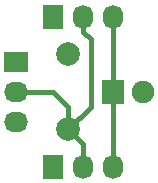
<source format=gbr>
G04 #@! TF.FileFunction,Copper,L1,Top,Signal*
%FSLAX46Y46*%
G04 Gerber Fmt 4.6, Leading zero omitted, Abs format (unit mm)*
G04 Created by KiCad (PCBNEW (2015-08-15 BZR 6092)-product) date 2/18/2016 8:20:52 PM*
%MOMM*%
G01*
G04 APERTURE LIST*
%ADD10C,0.100000*%
%ADD11O,1.727200X2.032000*%
%ADD12R,1.727200X2.032000*%
%ADD13C,1.998980*%
%ADD14R,1.900000X2.000000*%
%ADD15C,1.900000*%
%ADD16R,2.032000X1.727200*%
%ADD17O,2.032000X1.727200*%
%ADD18C,0.406400*%
G04 APERTURE END LIST*
D10*
D11*
X142240000Y-102870000D03*
X139700000Y-102870000D03*
D12*
X137160000Y-102870000D03*
X137160000Y-90170000D03*
D11*
X139700000Y-90170000D03*
X142240000Y-90170000D03*
D13*
X138430000Y-99695000D03*
X138430000Y-93345000D03*
D14*
X142240000Y-96520000D03*
D15*
X144780000Y-96520000D03*
D16*
X134000000Y-94000000D03*
D17*
X134000000Y-96540000D03*
X134000000Y-99080000D03*
D18*
X142240000Y-102870000D02*
X142240000Y-96520000D01*
X142240000Y-96520000D02*
X142240000Y-90170000D01*
X134000000Y-96540000D02*
X137180000Y-96540000D01*
X138430000Y-97790000D02*
X138430000Y-99695000D01*
X137180000Y-96540000D02*
X138430000Y-97790000D01*
X138430000Y-99695000D02*
X139700000Y-100965000D01*
X139700000Y-100965000D02*
X139700000Y-102870000D01*
X139700000Y-90170000D02*
X139700000Y-91440000D01*
X140335000Y-97790000D02*
X138430000Y-99695000D01*
X140335000Y-92075000D02*
X140335000Y-97790000D01*
X139700000Y-91440000D02*
X140335000Y-92075000D01*
X139700000Y-102870000D02*
X139700000Y-100965000D01*
X139700000Y-100965000D02*
X138430000Y-99695000D01*
M02*

</source>
